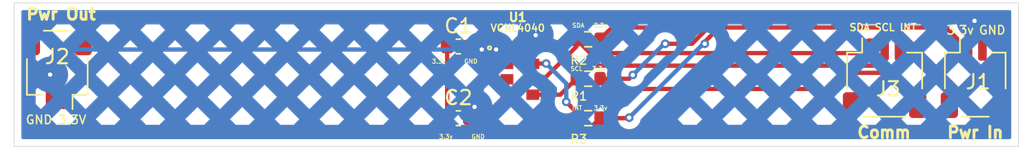
<source format=kicad_pcb>
(kicad_pcb (version 20240108) (generator "pcbnew") (generator_version "8.0")
  (layers (0 "F.Cu" signal) (31 "B.Cu" signal) (34 "B.Paste" user) (35 "F.Paste" user) (36 "B.SilkS" user "B.Silkscreen") (37 "F.SilkS" user "F.Silkscreen") (38 "B.Mask" user) (39 "F.Mask" user) (44 "Edge.Cuts" user))
  (net 0 "")
  (net 1 "+3.3V")
  (net 2 "GND")
  (net 3 "/SDA")
  (net 4 "/SCL")
  (net 5 "Net-(J3-Pin_3)")
  (footprint "Resistor_SMD:R_0603_1608Metric" (layer "F.Cu") (at 139.9 95.5375 180)
    (property "Reference" "R2" (at 0.65 -1.4625 0) (layer "F.SilkS") (effects (font (size 0.6 0.6) (thickness 0.1) (bold yes))))
    (property "Value" "2.2kΩ")
    (fp_line (start -0.237258 0.5225) (end 0.237258 0.5225) (stroke (width 0.12)) (layer "F.SilkS"))
    (fp_line (start -0.237258 -0.5225) (end 0.237258 -0.5225) (stroke (width 0.12)) (layer "F.SilkS"))
    (pad "1" smd roundrect (at -0.825 0 180) (size 0.8 0.95) (layers "F.Cu" "F.Paste" "F.Mask") (net 1 "+3.3V"))
    (pad "2" smd roundrect (at 0.825 0 180) (size 0.8 0.95) (layers "F.Cu" "F.Paste" "F.Mask") (net 3 "/SDA"))
  )
  (footprint "Resistor_SMD:R_0603_1608Metric" (layer "F.Cu") (at 139.9 101.0375 180)
    (property "Reference" "R3" (at 0.65 -1.4625 0) (layer "F.SilkS") (effects (font (size 0.6 0.6) (thickness 0.1) (bold yes))))
    (property "Value" "8.2kΩ")
    (fp_line (start -0.237258 0.5225) (end 0.237258 0.5225) (stroke (width 0.12)) (layer "F.SilkS"))
    (fp_line (start -0.237258 -0.5225) (end 0.237258 -0.5225) (stroke (width 0.12)) (layer "F.SilkS"))
    (pad "1" smd roundrect (at -0.825 0 180) (size 0.8 0.95) (layers "F.Cu" "F.Paste" "F.Mask") (net 1 "+3.3V"))
    (pad "2" smd roundrect (at 0.825 0 180) (size 0.8 0.95) (layers "F.Cu" "F.Paste" "F.Mask") (net 5 "Net-(J3-Pin_3)"))
  )
  (footprint "Connector_JST:JST_SH_SM02B-SRSS-TB_1x02-1MP_P1.00mm_Horizontal" (layer "F.Cu") (at 166.8 98.25)
    (property "Reference" "J1" (at 0.2 0.25 0) (layer "F.SilkS"))
    (property "Value" "Power In")
    (fp_line (start -2.11 -1.785) (end -1.06 -1.785) (stroke (width 0.12)) (layer "F.SilkS"))
    (fp_line (start -2.11 0.715) (end -2.11 -1.785) (stroke (width 0.12)) (layer "F.SilkS"))
    (fp_line (start -1.06 -1.785) (end -1.06 -2.775) (stroke (width 0.12)) (layer "F.SilkS"))
    (fp_line (start -0.94 2.685) (end 0.94 2.685) (stroke (width 0.12)) (layer "F.SilkS"))
    (fp_line (start 2.11 -1.785) (end 1.06 -1.785) (stroke (width 0.12)) (layer "F.SilkS"))
    (fp_line (start 2.11 0.715) (end 2.11 -1.785) (stroke (width 0.12)) (layer "F.SilkS"))
    (pad "1" smd roundrect (at -0.5 -2) (size 0.6 1.55) (layers "F.Cu" "F.Paste" "F.Mask") (net 1 "+3.3V"))
    (pad "2" smd roundrect (at 0.5 -2) (size 0.6 1.55) (layers "F.Cu" "F.Paste" "F.Mask") (net 2 "GND"))
    (pad "MP" smd roundrect (at -1.8 1.875) (size 1.2 1.8) (layers "F.Cu" "F.Paste" "F.Mask") (roundrect_rratio 0.208333))
    (pad "MP" smd roundrect (at 1.8 1.875) (size 1.2 1.8) (layers "F.Cu" "F.Paste" "F.Mask") (roundrect_rratio 0.208333))
  )
  (footprint "Connector_JST:JST_SH_SM02B-SRSS-TB_1x02-1MP_P1.00mm_Horizontal" (layer "F.Cu") (at 103 97.625 180)
    (property "Reference" "J2" (at 0 0.875 0) (layer "F.SilkS"))
    (property "Value" "Power Out")
    (fp_line (start 2.11 0.715) (end 2.11 -1.785) (stroke (width 0.12)) (layer "F.SilkS"))
    (fp_line (start 2.11 -1.785) (end 1.06 -1.785) (stroke (width 0.12)) (layer "F.SilkS"))
    (fp_line (start -0.94 2.685) (end 0.94 2.685) (stroke (width 0.12)) (layer "F.SilkS"))
    (fp_line (start -1.06 -1.785) (end -1.06 -2.775) (stroke (width 0.12)) (layer "F.SilkS"))
    (fp_line (start -2.11 0.715) (end -2.11 -1.785) (stroke (width 0.12)) (layer "F.SilkS"))
    (fp_line (start -2.11 -1.785) (end -1.06 -1.785) (stroke (width 0.12)) (layer "F.SilkS"))
    (pad "1" smd roundrect (at -0.5 -2 180) (size 0.6 1.55) (layers "F.Cu" "F.Paste" "F.Mask") (net 1 "+3.3V"))
    (pad "2" smd roundrect (at 0.5 -2 180) (size 0.6 1.55) (layers "F.Cu" "F.Paste" "F.Mask") (net 2 "GND"))
    (pad "MP" smd roundrect (at -1.8 1.875 180) (size 1.2 1.8) (layers "F.Cu" "F.Paste" "F.Mask") (roundrect_rratio 0.208333))
    (pad "MP" smd roundrect (at 1.8 1.875 180) (size 1.2 1.8) (layers "F.Cu" "F.Paste" "F.Mask") (roundrect_rratio 0.208333))
  )
  (footprint "Capacitor_SMD:C_0603_1608Metric" (layer "F.Cu") (at 130.875 96.0375)
    (property "Reference" "C1" (at 0 -1.43 0) (layer "F.SilkS"))
    (property "Value" "100nF")
    (fp_line (start -0.14058 -0.51) (end 0.14058 -0.51) (stroke (width 0.12)) (layer "F.SilkS"))
    (fp_line (start -0.14058 0.51) (end 0.14058 0.51) (stroke (width 0.12)) (layer "F.SilkS"))
    (pad "1" smd roundrect (at -0.775 0) (size 0.9 0.95) (layers "F.Cu" "F.Paste" "F.Mask") (net 1 "+3.3V"))
    (pad "2" smd roundrect (at 0.775 0) (size 0.9 0.95) (layers "F.Cu" "F.Paste" "F.Mask") (net 2 "GND"))
  )
  (footprint "Capacitor_SMD:C_0603_1608Metric" (layer "F.Cu") (at 130.875 101.0375)
    (property "Reference" "C2" (at 0 -1.43 0) (layer "F.SilkS"))
    (property "Value" "2.2μF")
    (fp_line (start -0.14058 -0.51) (end 0.14058 -0.51) (stroke (width 0.12)) (layer "F.SilkS"))
    (fp_line (start -0.14058 0.51) (end 0.14058 0.51) (stroke (width 0.12)) (layer "F.SilkS"))
    (pad "1" smd roundrect (at -0.775 0) (size 0.9 0.95) (layers "F.Cu" "F.Paste" "F.Mask") (net 1 "+3.3V"))
    (pad "2" smd roundrect (at 0.775 0) (size 0.9 0.95) (layers "F.Cu" "F.Paste" "F.Mask") (net 2 "GND"))
  )
  (footprint "Resistor_SMD:R_0603_1608Metric" (layer "F.Cu") (at 139.9 98.2875 180)
    (property "Reference" "R1" (at 0.65 -1.2125 0) (layer "F.SilkS") (effects (font (size 0.6 0.6) (thickness 0.1) (bold yes))))
    (property "Value" "2.2kΩ")
    (fp_line (start -0.237258 0.5225) (end 0.237258 0.5225) (stroke (width 0.12)) (layer "F.SilkS"))
    (fp_line (start -0.237258 -0.5225) (end 0.237258 -0.5225) (stroke (width 0.12)) (layer "F.SilkS"))
    (pad "1" smd roundrect (at -0.825 0 180) (size 0.8 0.95) (layers "F.Cu" "F.Paste" "F.Mask") (net 1 "+3.3V"))
    (pad "2" smd roundrect (at 0.825 0 180) (size 0.8 0.95) (layers "F.Cu" "F.Paste" "F.Mask") (net 4 "/SCL"))
  )
  (footprint "Connector_JST:JST_SH_SM03B-SRSS-TB_1x03-1MP_P1.00mm_Horizontal" (layer "F.Cu") (at 160.5 98.25)
    (property "Reference" "J3" (at 0.25 0.75 0) (layer "F.SilkS"))
    (property "Value" "I2C+INT")
    (fp_line (start -2.61 -1.785) (end -1.56 -1.785) (stroke (width 0.12)) (layer "F.SilkS"))
    (fp_line (start -2.61 0.715) (end -2.61 -1.785) (stroke (width 0.12)) (layer "F.SilkS"))
    (fp_line (start -1.56 -1.785) (end -1.56 -2.775) (stroke (width 0.12)) (layer "F.SilkS"))
    (fp_line (start -1.44 2.685) (end 1.44 2.685) (stroke (width 0.12)) (layer "F.SilkS"))
    (fp_line (start 2.61 -1.785) (end 1.56 -1.785) (stroke (width 0.12)) (layer "F.SilkS"))
    (fp_line (start 2.61 0.715) (end 2.61 -1.785) (stroke (width 0.12)) (layer "F.SilkS"))
    (pad "1" smd roundrect (at -1 -2) (size 0.6 1.55) (layers "F.Cu" "F.Paste" "F.Mask") (net 3 "/SDA"))
    (pad "2" smd roundrect (at 0 -2) (size 0.6 1.55) (layers "F.Cu" "F.Paste" "F.Mask") (net 4 "/SCL"))
    (pad "3" smd roundrect (at 1 -2) (size 0.6 1.55) (layers "F.Cu" "F.Paste" "F.Mask") (net 5 "Net-(J3-Pin_3)"))
    (pad "MP" smd roundrect (at -2.3 1.875) (size 1.2 1.8) (layers "F.Cu" "F.Paste" "F.Mask") (roundrect_rratio 0.208333))
    (pad "MP" smd roundrect (at 2.3 1.875) (size 1.2 1.8) (layers "F.Cu" "F.Paste" "F.Mask") (roundrect_rratio 0.208333))
  )
  (footprint "VCNL4040:VISHAY_VCNL4040" (layer "F.Cu") (at 135.15 97.7875)
    (property "Reference" "U1" (at -0.15 -3.7875 0) (layer "F.SilkS") (effects (font (size 0.600913 0.600913))))
    (property "Value" "VCNL4040M3OE-H3")
    (fp_circle (center -2.107 -1.65) (end -2.057 -1.65) (stroke (width 0.127)) (fill none) (layer "F.SilkS"))
    (pad "1" smd rect (at -0.9 -1.6125) (size 0.9 0.725) (layers "F.Cu" "F.Paste" "F.Mask") (net 2 "GND"))
    (pad "2" smd rect (at -0.9 -0.5375) (size 0.9 0.725) (layers "F.Cu" "F.Paste" "F.Mask") (net 2 "GND"))
    (pad "3" smd rect (at -0.9 0.5375) (size 0.9 0.725) (layers "F.Cu" "F.Paste" "F.Mask") (net 1 "+3.3V"))
    (pad "4" smd rect (at -0.9 1.6125) (size 0.9 0.725) (layers "F.Cu" "F.Paste" "F.Mask") (net 1 "+3.3V"))
    (pad "5" smd rect (at 0.9 1.6125) (size 0.9 0.725) (layers "F.Cu" "F.Paste" "F.Mask") (net 4 "/SCL"))
    (pad "6" smd rect (at 0.9 0.5375) (size 0.9 0.725) (layers "F.Cu" "F.Paste" "F.Mask") (net 3 "/SDA"))
    (pad "7" smd rect (at 0.9 -0.5375) (size 0.9 0.725) (layers "F.Cu" "F.Paste" "F.Mask") (net 5 "Net-(J3-Pin_3)"))
    (pad "8" smd rect (at 0.9 -1.61225) (size 0.9 0.725) (layers "F.Cu" "F.Paste" "F.Mask") (net 2 "GND"))
  )
  (gr_rect (start 100 93) (end 169.8 103) (stroke (width 0.05)) (fill none) (layer "Edge.Cuts"))
  (gr_text "VCNL4040" (at 135 94.75 0) (layer "F.SilkS") (effects (font (size 0.5 0.5) (thickness 0.1) (bold yes))))
  (gr_text "3.3v" (at 140.137258 97.765 0) (layer "F.SilkS") (effects (font (size 0.3 0.3) (thickness 0.06) (bold yes)) (justify left bottom)))
  (gr_text "Comm" (at 158.5 102.5 0) (layer "F.SilkS") (effects (font (size 0.8 0.8) (thickness 0.2) (bold yes)) (justify left bottom)))
  (gr_text "INT" (at 138.75 100.5 0) (layer "F.SilkS") (effects (font (size 0.3 0.3) (thickness 0.06) (bold yes)) (justify left bottom)))
  (gr_text "GND" (at 131.25 97.25 0) (layer "F.SilkS") (effects (font (size 0.3 0.3) (thickness 0.06) (bold yes)) (justify left bottom)))
  (gr_text "3.3v" (at 140.25 94.75 0) (layer "F.SilkS") (effects (font (size 0.3 0.3) (thickness 0.06) (bold yes)) (justify left bottom)))
  (gr_text "3.3v" (at 164.75 95.25 0) (layer "F.SilkS") (effects (font (size 0.6 0.6) (thickness 0.1)) (justify left bottom)))
  (gr_text "SDA" (at 158 95 0) (layer "F.SilkS") (effects (font (size 0.5 0.5) (thickness 0.1)) (justify left bottom)))
  (gr_text "Pwr In" (at 164.75 102.5 0) (layer "F.SilkS") (effects (font (size 0.8 0.8) (thickness 0.2) (bold yes)) (justify left bottom)))
  (gr_text "3.3v" (at 129.5 102.5 0) (layer "F.SilkS") (effects (font (size 0.3 0.3) (thickness 0.06) (bold yes)) (justify left bottom)))
  (gr_text "3.3v" (at 140.25 100.5 0) (layer "F.SilkS") (effects (font (size 0.3 0.3) (thickness 0.06) (bold yes)) (justify left bottom)))
  (gr_text "3.3V" (at 103 101.5 0) (layer "F.SilkS") (effects (font (size 0.6 0.6) (thickness 0.1)) (justify left bottom)))
  (gr_text "3.3v" (at 129 97.25 0) (layer "F.SilkS") (effects (font (size 0.3 0.3) (thickness 0.06) (bold yes)) (justify left bottom)))
  (gr_text "GND" (at 167 95.25 0) (layer "F.SilkS") (effects (font (size 0.6 0.6) (thickness 0.1)) (justify left bottom)))
  (gr_text "GND" (at 131.75 102.5 0) (layer "F.SilkS") (effects (font (size 0.3 0.3) (thickness 0.06) (bold yes)) (justify left bottom)))
  (gr_text "GND" (at 100.75 101.5 0) (layer "F.SilkS") (effects (font (size 0.6 0.6) (thickness 0.1)) (justify left bottom)))
  (gr_text "SCL" (at 138.637258 97.765 0) (layer "F.SilkS") (effects (font (size 0.3 0.3) (thickness 0.06) (bold yes)) (justify left bottom)))
  (gr_text "Pwr Out" (at 100.75 94.25 0) (layer "F.SilkS") (effects (font (size 0.8 0.8) (thickness 0.2) (bold yes)) (justify left bottom)))
  (gr_text "SCL" (at 159.75 95 0) (layer "F.SilkS") (effects (font (size 0.5 0.5) (thickness 0.1)) (justify left bottom)))
  (gr_text "INT" (at 161.5 95 0) (layer "F.SilkS") (effects (font (size 0.5 0.5) (thickness 0.1)) (justify left bottom)))
  (gr_text "SDA" (at 138.75 94.75 0) (layer "F.SilkS") (effects (font (size 0.3 0.3) (thickness 0.06) (bold yes)) (justify left bottom)))
  (segment (start 130.925 101.8625) (end 130.1 101.0375) (width 0.3) (layer "F.Cu") (net 1))
  (segment (start 132.45 101.8625) (end 130.925 101.8625) (width 0.3) (layer "F.Cu") (net 1))
  (segment (start 140.725 101.0375) (end 139.9 101.8625) (width 0.3) (layer "F.Cu") (net 1))
  (segment (start 149 94.7125) (end 148.25 94.7125) (width 0.3) (layer "F.Cu") (net 1))
  (segment (start 103.5 99.625) (end 105.7375 101.8625) (width 0.3) (layer "F.Cu") (net 1))
  (segment (start 134.25 99.4) (end 134.25 100.0625) (width 0.3) (layer "F.Cu") (net 1))
  (segment (start 148 95.7125) (end 149 94.7125) (width 0.3) (layer "F.Cu") (net 1))
  (segment (start 130.1 101.0375) (end 130.1 96.0375) (width 0.3) (layer "F.Cu") (net 1))
  (segment (start 147.1125 95.85) (end 148.25 94.7125) (width 0.3) (layer "F.Cu") (net 1))
  (segment (start 164.7625 94.7125) (end 149 94.7125) (width 0.3) (layer "F.Cu") (net 1))
  (segment (start 142.7375 98.2875) (end 143 98.025) (width 0.3) (layer "F.Cu") (net 1))
  (segment (start 148 95.85) (end 148 95.7125) (width 0.3) (layer "F.Cu") (net 1))
  (segment (start 142.7125 101.0375) (end 142.75 101) (width 0.3) (layer "F.Cu") (net 1))
  (segment (start 145.25 95.85) (end 147.1125 95.85) (width 0.3) (layer "F.Cu") (net 1))
  (segment (start 136.7125 101.8625) (end 134.25 99.4) (width 0.3) (layer "F.Cu") (net 1))
  (segment (start 105.7375 101.8625) (end 130.925 101.8625) (width 0.3) (layer "F.Cu") (net 1))
  (segment (start 140.725 98.2875) (end 142.7375 98.2875) (width 0.3) (layer "F.Cu") (net 1))
  (segment (start 134.25 99.4) (end 134.25 98.325) (width 0.3) (layer "F.Cu") (net 1))
  (segment (start 166.3 96.25) (end 164.7625 94.7125) (width 0.3) (layer "F.Cu") (net 1))
  (segment (start 139.9 101.8625) (end 136.7125 101.8625) (width 0.3) (layer "F.Cu") (net 1))
  (segment (start 140.725 101.0375) (end 142.7125 101.0375) (width 0.3) (layer "F.Cu") (net 1))
  (segment (start 134.25 100.0625) (end 132.45 101.8625) (width 0.3) (layer "F.Cu") (net 1))
  (segment (start 148.25 94.7125) (end 141.55 94.7125) (width 0.3) (layer "F.Cu") (net 1))
  (segment (start 141.55 94.7125) (end 140.725 95.5375) (width 0.3) (layer "F.Cu") (net 1))
  (via (at 145.25 95.85) (size 0.6) (drill 0.3) (layers "F.Cu" "B.Cu") (net 1))
  (via (at 148 95.85) (size 0.6) (drill 0.3) (layers "F.Cu" "B.Cu") (net 1))
  (via (at 142.75 101) (size 0.6) (drill 0.3) (layers "F.Cu" "B.Cu") (net 1))
  (via (at 143 98.025) (size 0.6) (drill 0.3) (layers "F.Cu" "B.Cu") (net 1))
  (segment (start 143 98.025) (end 145.175 95.85) (width 0.3) (layer "B.Cu") (net 1))
  (segment (start 147.9 95.85) (end 148 95.85) (width 0.3) (layer "B.Cu") (net 1))
  (segment (start 145.175 95.85) (end 145.25 95.85) (width 0.3) (layer "B.Cu") (net 1))
  (segment (start 142.75 101) (end 147.9 95.85) (width 0.3) (layer "B.Cu") (net 1))
  (segment (start 136.25 95.25) (end 136.25 95.97525) (width 0.3) (layer "F.Cu") (net 2))
  (segment (start 132.5 96.25) (end 131.8625 96.25) (width 0.3) (layer "F.Cu") (net 2))
  (segment (start 167.3 94.8) (end 166.75 94.25) (width 0.3) (layer "F.Cu") (net 2))
  (segment (start 136.05 96.17525) (end 134.25025 96.17525) (width 0.3) (layer "F.Cu") (net 2))
  (segment (start 132 100.6875) (end 131.65 101.0375) (width 0.3) (layer "F.Cu") (net 2))
  (segment (start 102.5 98) (end 102.5 99.625) (width 0.3) (layer "F.Cu") (net 2))
  (segment (start 134.25 96.175) (end 133.575 96.175) (width 0.3) (layer "F.Cu") (net 2))
  (segment (start 167.3 96.25) (end 167.3 94.8) (width 0.3) (layer "F.Cu") (net 2))
  (segment (start 131.8625 96.25) (end 131.65 96.0375) (width 0.3) (layer "F.Cu") (net 2))
  (segment (start 134.25025 96.17525) (end 134.25 96.175) (width 0.3) (layer "F.Cu") (net 2))
  (segment (start 134.25 96.175) (end 134.25 97.25) (width 0.3) (layer "F.Cu") (net 2))
  (segment (start 132 100.25) (end 132 100.6875) (width 0.3) (layer "F.Cu") (net 2))
  (segment (start 136.25 95.97525) (end 136.05 96.17525) (width 0.3) (layer "F.Cu") (net 2))
  (segment (start 133.575 96.175) (end 133.5 96.25) (width 0.3) (layer "F.Cu") (net 2))
  (via (at 133.5 96.25) (size 0.6) (drill 0.3) (layers "F.Cu" "B.Cu") (net 2))
  (via (at 136.25 95.25) (size 0.6) (drill 0.3) (layers "F.Cu" "B.Cu") (net 2))
  (via (at 132.5 96.25) (size 0.6) (drill 0.3) (layers "F.Cu" "B.Cu") (net 2))
  (via (at 102.5 98) (size 0.6) (drill 0.3) (layers "F.Cu" "B.Cu") (net 2))
  (via (at 132 100.25) (size 0.6) (drill 0.3) (layers "F.Cu" "B.Cu") (net 2))
  (via (at 166.75 94.25) (size 0.6) (drill 0.3) (layers "F.Cu" "B.Cu") (net 2))
  (segment (start 133.5 96.25) (end 132.5 96.25) (width 0.3) (layer "B.Cu") (net 2))
  (segment (start 137.25 94.25) (end 136.25 95.25) (width 0.3) (layer "B.Cu") (net 2))
  (segment (start 132.5 96.25) (end 104.25 96.25) (width 0.3) (layer "B.Cu") (net 2))
  (segment (start 132.5 96.25) (end 132.5 99.75) (width 0.3) (layer "B.Cu") (net 2))
  (segment (start 104.25 96.25) (end 102.5 98) (width 0.3) (layer "B.Cu") (net 2))
  (segment (start 132.5 99.75) (end 132 100.25) (width 0.3) (layer "B.Cu") (net 2))
  (segment (start 166.75 94.25) (end 137.25 94.25) (width 0.3) (layer "B.Cu") (net 2))
  (segment (start 139.075 95.5375) (end 140.0375 96.5) (width 0.3) (layer "F.Cu") (net 3))
  (segment (start 159.25 96.5) (end 159.5 96.25) (width 0.3) (layer "F.Cu") (net 3))
  (segment (start 139.075 96.05) (end 136.8 98.325) (width 0.3) (layer "F.Cu") (net 3))
  (segment (start 140.0375 96.5) (end 159.25 96.5) (width 0.3) (layer "F.Cu") (net 3))
  (segment (start 136.8 98.325) (end 136.05 98.325) (width 0.3) (layer "F.Cu") (net 3))
  (segment (start 139.075 95.5375) (end 139.075 96.05) (width 0.3) (layer "F.Cu") (net 3))
  (segment (start 136.05 99.4) (end 137.9625 99.4) (width 0.3) (layer "F.Cu") (net 4))
  (segment (start 137.9625 99.4) (end 139.075 98.2875) (width 0.3) (layer "F.Cu") (net 4))
  (segment (start 160.149999 97.375) (end 160.5 97.024999) (width 0.3) (layer "F.Cu") (net 4))
  (segment (start 160.5 97.024999) (end 160.5 96.25) (width 0.3) (layer "F.Cu") (net 4))
  (segment (start 139.075 98.2875) (end 139.9875 97.375) (width 0.3) (layer "F.Cu") (net 4))
  (segment (start 139.9875 97.375) (end 160.149999 97.375) (width 0.3) (layer "F.Cu") (net 4))
  (segment (start 139.075 100.602192) (end 138.375081 99.902273) (width 0.3) (layer "F.Cu") (net 5))
  (segment (start 160.875 97.875) (end 161.5 97.25) (width 0.3) (layer "F.Cu") (net 5))
  (segment (start 136.97788 97.22788) (end 136.07212 97.22788) (width 0.3) (layer "F.Cu") (net 5))
  (segment (start 136.07212 97.22788) (end 136.05 97.25) (width 0.3) (layer "F.Cu") (net 5))
  (segment (start 161.5 97.25) (end 161.5 96.25) (width 0.3) (layer "F.Cu") (net 5))
  (segment (start 141.504142 99) (end 157 99) (width 0.3) (layer "F.Cu") (net 5))
  (segment (start 158.125 97.875) (end 160.875 97.875) (width 0.3) (layer "F.Cu") (net 5))
  (segment (start 139.075 101.0375) (end 139.466642 101.0375) (width 0.3) (layer "F.Cu") (net 5))
  (segment (start 139.466642 101.0375) (end 141.504142 99) (width 0.3) (layer "F.Cu") (net 5))
  (segment (start 139.075 101.0375) (end 139.075 100.602192) (width 0.3) (layer "F.Cu") (net 5))
  (segment (start 157 99) (end 158.125 97.875) (width 0.3) (layer "F.Cu") (net 5))
  (via (at 136.97788 97.22788) (size 0.6) (drill 0.3) (layers "F.Cu" "B.Cu") (net 5))
  (via (at 138.375081 99.902273) (size 0.6) (drill 0.3) (layers "F.Cu" "B.Cu") (net 5))
  (segment (start 138.375081 99.902273) (end 138.375081 98.625081) (width 0.3) (layer "B.Cu") (net 5))
  (segment (start 138.375081 98.625081) (end 136.97788 97.22788) (width 0.3) (layer "B.Cu") (net 5))
  (zone (net 2) (net_name "GND") (layer "B.Cu") (connect_pads (clearance 0.5)) (min_thickness 0.2) (fill yes (mode hatch) (thermal_gap 0.5) (thermal_bridge_width 0.5) (hatch_thickness 1) (hatch_gap 1.2) (hatch_orientation 45) (hatch_border_algorithm hatch_thickness) (hatch_min_hole_area 0.3))
    (polygon (pts (xy 169.75 93) (xy 100 93) (xy 100 103) (xy 169.75 103)))
  )
)
</source>
